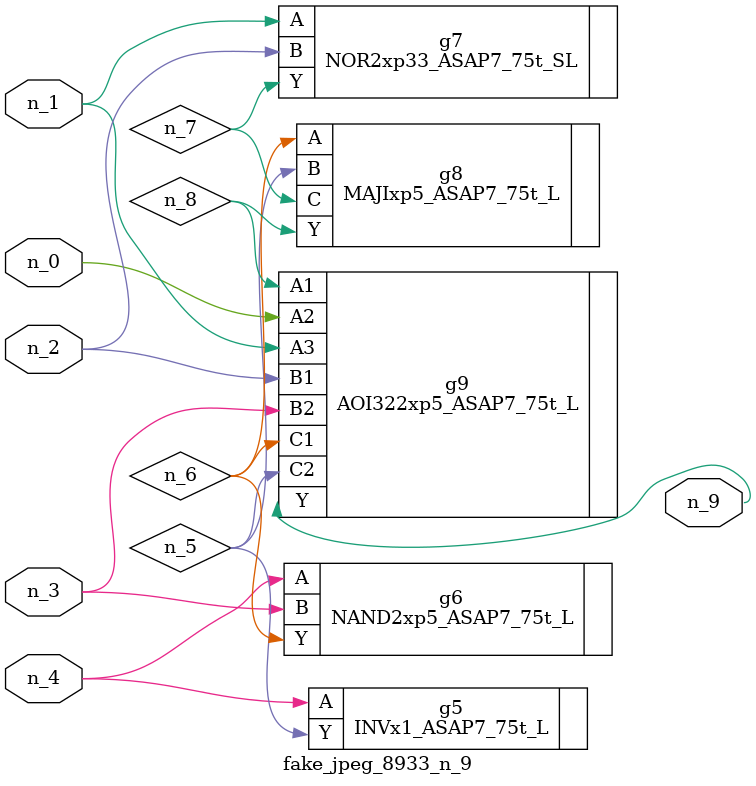
<source format=v>
module fake_jpeg_8933_n_9 (n_3, n_2, n_1, n_0, n_4, n_9);

input n_3;
input n_2;
input n_1;
input n_0;
input n_4;

output n_9;

wire n_8;
wire n_6;
wire n_5;
wire n_7;

INVx1_ASAP7_75t_L g5 ( 
.A(n_4),
.Y(n_5)
);

NAND2xp5_ASAP7_75t_L g6 ( 
.A(n_4),
.B(n_3),
.Y(n_6)
);

NOR2xp33_ASAP7_75t_SL g7 ( 
.A(n_1),
.B(n_2),
.Y(n_7)
);

MAJIxp5_ASAP7_75t_L g8 ( 
.A(n_6),
.B(n_5),
.C(n_7),
.Y(n_8)
);

AOI322xp5_ASAP7_75t_L g9 ( 
.A1(n_8),
.A2(n_0),
.A3(n_1),
.B1(n_2),
.B2(n_3),
.C1(n_6),
.C2(n_5),
.Y(n_9)
);


endmodule
</source>
